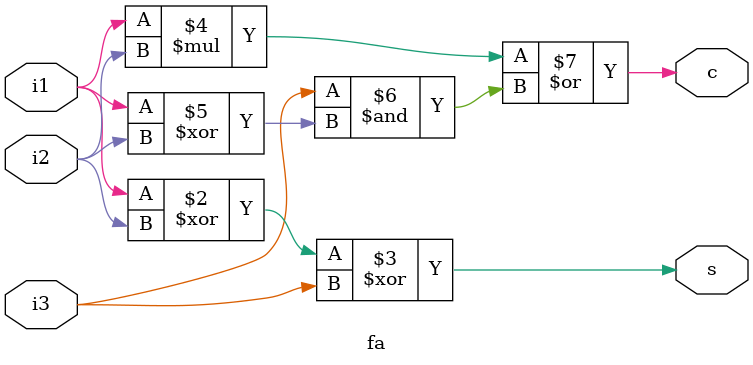
<source format=v>
module fa (
    i1,
    i2,
    i3,
    s,
    c
);

  input i1, i2, i3;
  output s, c;

  reg s, c;

  always @(i1 or i2 or i3) begin
    s = i1 ^ i2 ^ i3;
    c = (i1 * i2) | (i3 & (i1 ^ i2));
  end

endmodule

</source>
